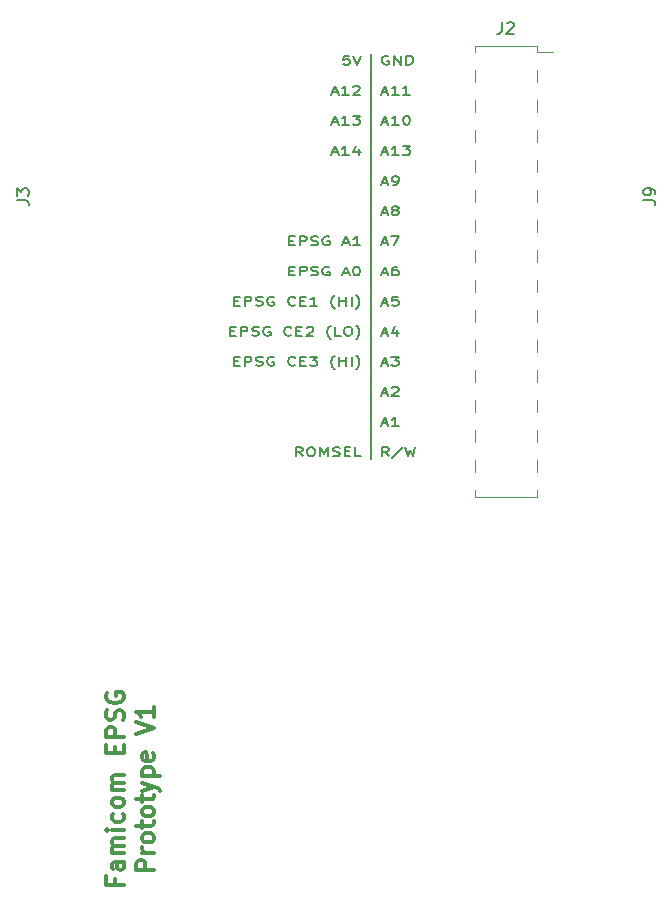
<source format=gbr>
%TF.GenerationSoftware,KiCad,Pcbnew,(5.1.8)-1*%
%TF.CreationDate,2021-03-10T17:43:25+01:00*%
%TF.ProjectId,Nes Sound Expansion,4e657320-536f-4756-9e64-20457870616e,rev?*%
%TF.SameCoordinates,Original*%
%TF.FileFunction,Legend,Top*%
%TF.FilePolarity,Positive*%
%FSLAX46Y46*%
G04 Gerber Fmt 4.6, Leading zero omitted, Abs format (unit mm)*
G04 Created by KiCad (PCBNEW (5.1.8)-1) date 2021-03-10 17:43:25*
%MOMM*%
%LPD*%
G01*
G04 APERTURE LIST*
%ADD10C,0.150000*%
%ADD11C,0.300000*%
%ADD12C,0.120000*%
G04 APERTURE END LIST*
D10*
X104140000Y-46355000D02*
X104140000Y-80645000D01*
X105634404Y-46550000D02*
X105539166Y-46514285D01*
X105396309Y-46514285D01*
X105253452Y-46550000D01*
X105158214Y-46621428D01*
X105110595Y-46692857D01*
X105062976Y-46835714D01*
X105062976Y-46942857D01*
X105110595Y-47085714D01*
X105158214Y-47157142D01*
X105253452Y-47228571D01*
X105396309Y-47264285D01*
X105491547Y-47264285D01*
X105634404Y-47228571D01*
X105682023Y-47192857D01*
X105682023Y-46942857D01*
X105491547Y-46942857D01*
X106110595Y-47264285D02*
X106110595Y-46514285D01*
X106682023Y-47264285D01*
X106682023Y-46514285D01*
X107158214Y-47264285D02*
X107158214Y-46514285D01*
X107396309Y-46514285D01*
X107539166Y-46550000D01*
X107634404Y-46621428D01*
X107682023Y-46692857D01*
X107729642Y-46835714D01*
X107729642Y-46942857D01*
X107682023Y-47085714D01*
X107634404Y-47157142D01*
X107539166Y-47228571D01*
X107396309Y-47264285D01*
X107158214Y-47264285D01*
X105062976Y-49600000D02*
X105539166Y-49600000D01*
X104967738Y-49814285D02*
X105301071Y-49064285D01*
X105634404Y-49814285D01*
X106491547Y-49814285D02*
X105920119Y-49814285D01*
X106205833Y-49814285D02*
X106205833Y-49064285D01*
X106110595Y-49171428D01*
X106015357Y-49242857D01*
X105920119Y-49278571D01*
X107443928Y-49814285D02*
X106872500Y-49814285D01*
X107158214Y-49814285D02*
X107158214Y-49064285D01*
X107062976Y-49171428D01*
X106967738Y-49242857D01*
X106872500Y-49278571D01*
X105062976Y-52150000D02*
X105539166Y-52150000D01*
X104967738Y-52364285D02*
X105301071Y-51614285D01*
X105634404Y-52364285D01*
X106491547Y-52364285D02*
X105920119Y-52364285D01*
X106205833Y-52364285D02*
X106205833Y-51614285D01*
X106110595Y-51721428D01*
X106015357Y-51792857D01*
X105920119Y-51828571D01*
X107110595Y-51614285D02*
X107205833Y-51614285D01*
X107301071Y-51650000D01*
X107348690Y-51685714D01*
X107396309Y-51757142D01*
X107443928Y-51900000D01*
X107443928Y-52078571D01*
X107396309Y-52221428D01*
X107348690Y-52292857D01*
X107301071Y-52328571D01*
X107205833Y-52364285D01*
X107110595Y-52364285D01*
X107015357Y-52328571D01*
X106967738Y-52292857D01*
X106920119Y-52221428D01*
X106872500Y-52078571D01*
X106872500Y-51900000D01*
X106920119Y-51757142D01*
X106967738Y-51685714D01*
X107015357Y-51650000D01*
X107110595Y-51614285D01*
X105062976Y-54700000D02*
X105539166Y-54700000D01*
X104967738Y-54914285D02*
X105301071Y-54164285D01*
X105634404Y-54914285D01*
X106491547Y-54914285D02*
X105920119Y-54914285D01*
X106205833Y-54914285D02*
X106205833Y-54164285D01*
X106110595Y-54271428D01*
X106015357Y-54342857D01*
X105920119Y-54378571D01*
X106824880Y-54164285D02*
X107443928Y-54164285D01*
X107110595Y-54450000D01*
X107253452Y-54450000D01*
X107348690Y-54485714D01*
X107396309Y-54521428D01*
X107443928Y-54592857D01*
X107443928Y-54771428D01*
X107396309Y-54842857D01*
X107348690Y-54878571D01*
X107253452Y-54914285D01*
X106967738Y-54914285D01*
X106872500Y-54878571D01*
X106824880Y-54842857D01*
X105062976Y-57250000D02*
X105539166Y-57250000D01*
X104967738Y-57464285D02*
X105301071Y-56714285D01*
X105634404Y-57464285D01*
X106015357Y-57464285D02*
X106205833Y-57464285D01*
X106301071Y-57428571D01*
X106348690Y-57392857D01*
X106443928Y-57285714D01*
X106491547Y-57142857D01*
X106491547Y-56857142D01*
X106443928Y-56785714D01*
X106396309Y-56750000D01*
X106301071Y-56714285D01*
X106110595Y-56714285D01*
X106015357Y-56750000D01*
X105967738Y-56785714D01*
X105920119Y-56857142D01*
X105920119Y-57035714D01*
X105967738Y-57107142D01*
X106015357Y-57142857D01*
X106110595Y-57178571D01*
X106301071Y-57178571D01*
X106396309Y-57142857D01*
X106443928Y-57107142D01*
X106491547Y-57035714D01*
X105062976Y-59800000D02*
X105539166Y-59800000D01*
X104967738Y-60014285D02*
X105301071Y-59264285D01*
X105634404Y-60014285D01*
X106110595Y-59585714D02*
X106015357Y-59550000D01*
X105967738Y-59514285D01*
X105920119Y-59442857D01*
X105920119Y-59407142D01*
X105967738Y-59335714D01*
X106015357Y-59300000D01*
X106110595Y-59264285D01*
X106301071Y-59264285D01*
X106396309Y-59300000D01*
X106443928Y-59335714D01*
X106491547Y-59407142D01*
X106491547Y-59442857D01*
X106443928Y-59514285D01*
X106396309Y-59550000D01*
X106301071Y-59585714D01*
X106110595Y-59585714D01*
X106015357Y-59621428D01*
X105967738Y-59657142D01*
X105920119Y-59728571D01*
X105920119Y-59871428D01*
X105967738Y-59942857D01*
X106015357Y-59978571D01*
X106110595Y-60014285D01*
X106301071Y-60014285D01*
X106396309Y-59978571D01*
X106443928Y-59942857D01*
X106491547Y-59871428D01*
X106491547Y-59728571D01*
X106443928Y-59657142D01*
X106396309Y-59621428D01*
X106301071Y-59585714D01*
X105062976Y-62350000D02*
X105539166Y-62350000D01*
X104967738Y-62564285D02*
X105301071Y-61814285D01*
X105634404Y-62564285D01*
X105872500Y-61814285D02*
X106539166Y-61814285D01*
X106110595Y-62564285D01*
X105062976Y-64900000D02*
X105539166Y-64900000D01*
X104967738Y-65114285D02*
X105301071Y-64364285D01*
X105634404Y-65114285D01*
X106396309Y-64364285D02*
X106205833Y-64364285D01*
X106110595Y-64400000D01*
X106062976Y-64435714D01*
X105967738Y-64542857D01*
X105920119Y-64685714D01*
X105920119Y-64971428D01*
X105967738Y-65042857D01*
X106015357Y-65078571D01*
X106110595Y-65114285D01*
X106301071Y-65114285D01*
X106396309Y-65078571D01*
X106443928Y-65042857D01*
X106491547Y-64971428D01*
X106491547Y-64792857D01*
X106443928Y-64721428D01*
X106396309Y-64685714D01*
X106301071Y-64650000D01*
X106110595Y-64650000D01*
X106015357Y-64685714D01*
X105967738Y-64721428D01*
X105920119Y-64792857D01*
X105062976Y-67450000D02*
X105539166Y-67450000D01*
X104967738Y-67664285D02*
X105301071Y-66914285D01*
X105634404Y-67664285D01*
X106443928Y-66914285D02*
X105967738Y-66914285D01*
X105920119Y-67271428D01*
X105967738Y-67235714D01*
X106062976Y-67200000D01*
X106301071Y-67200000D01*
X106396309Y-67235714D01*
X106443928Y-67271428D01*
X106491547Y-67342857D01*
X106491547Y-67521428D01*
X106443928Y-67592857D01*
X106396309Y-67628571D01*
X106301071Y-67664285D01*
X106062976Y-67664285D01*
X105967738Y-67628571D01*
X105920119Y-67592857D01*
X105062976Y-70000000D02*
X105539166Y-70000000D01*
X104967738Y-70214285D02*
X105301071Y-69464285D01*
X105634404Y-70214285D01*
X106396309Y-69714285D02*
X106396309Y-70214285D01*
X106158214Y-69428571D02*
X105920119Y-69964285D01*
X106539166Y-69964285D01*
X105062976Y-72550000D02*
X105539166Y-72550000D01*
X104967738Y-72764285D02*
X105301071Y-72014285D01*
X105634404Y-72764285D01*
X105872500Y-72014285D02*
X106491547Y-72014285D01*
X106158214Y-72300000D01*
X106301071Y-72300000D01*
X106396309Y-72335714D01*
X106443928Y-72371428D01*
X106491547Y-72442857D01*
X106491547Y-72621428D01*
X106443928Y-72692857D01*
X106396309Y-72728571D01*
X106301071Y-72764285D01*
X106015357Y-72764285D01*
X105920119Y-72728571D01*
X105872500Y-72692857D01*
X105062976Y-75100000D02*
X105539166Y-75100000D01*
X104967738Y-75314285D02*
X105301071Y-74564285D01*
X105634404Y-75314285D01*
X105920119Y-74635714D02*
X105967738Y-74600000D01*
X106062976Y-74564285D01*
X106301071Y-74564285D01*
X106396309Y-74600000D01*
X106443928Y-74635714D01*
X106491547Y-74707142D01*
X106491547Y-74778571D01*
X106443928Y-74885714D01*
X105872500Y-75314285D01*
X106491547Y-75314285D01*
X105062976Y-77650000D02*
X105539166Y-77650000D01*
X104967738Y-77864285D02*
X105301071Y-77114285D01*
X105634404Y-77864285D01*
X106491547Y-77864285D02*
X105920119Y-77864285D01*
X106205833Y-77864285D02*
X106205833Y-77114285D01*
X106110595Y-77221428D01*
X106015357Y-77292857D01*
X105920119Y-77328571D01*
X105682023Y-80414285D02*
X105348690Y-80057142D01*
X105110595Y-80414285D02*
X105110595Y-79664285D01*
X105491547Y-79664285D01*
X105586785Y-79700000D01*
X105634404Y-79735714D01*
X105682023Y-79807142D01*
X105682023Y-79914285D01*
X105634404Y-79985714D01*
X105586785Y-80021428D01*
X105491547Y-80057142D01*
X105110595Y-80057142D01*
X106824880Y-79628571D02*
X105967738Y-80592857D01*
X107062976Y-79664285D02*
X107301071Y-80414285D01*
X107491547Y-79878571D01*
X107682023Y-80414285D01*
X107920119Y-79664285D01*
X102312261Y-46514285D02*
X101836071Y-46514285D01*
X101788452Y-46871428D01*
X101836071Y-46835714D01*
X101931309Y-46800000D01*
X102169404Y-46800000D01*
X102264642Y-46835714D01*
X102312261Y-46871428D01*
X102359880Y-46942857D01*
X102359880Y-47121428D01*
X102312261Y-47192857D01*
X102264642Y-47228571D01*
X102169404Y-47264285D01*
X101931309Y-47264285D01*
X101836071Y-47228571D01*
X101788452Y-47192857D01*
X102645595Y-46514285D02*
X102978928Y-47264285D01*
X103312261Y-46514285D01*
X100836071Y-49600000D02*
X101312261Y-49600000D01*
X100740833Y-49814285D02*
X101074166Y-49064285D01*
X101407500Y-49814285D01*
X102264642Y-49814285D02*
X101693214Y-49814285D01*
X101978928Y-49814285D02*
X101978928Y-49064285D01*
X101883690Y-49171428D01*
X101788452Y-49242857D01*
X101693214Y-49278571D01*
X102645595Y-49135714D02*
X102693214Y-49100000D01*
X102788452Y-49064285D01*
X103026547Y-49064285D01*
X103121785Y-49100000D01*
X103169404Y-49135714D01*
X103217023Y-49207142D01*
X103217023Y-49278571D01*
X103169404Y-49385714D01*
X102597976Y-49814285D01*
X103217023Y-49814285D01*
X100836071Y-52150000D02*
X101312261Y-52150000D01*
X100740833Y-52364285D02*
X101074166Y-51614285D01*
X101407500Y-52364285D01*
X102264642Y-52364285D02*
X101693214Y-52364285D01*
X101978928Y-52364285D02*
X101978928Y-51614285D01*
X101883690Y-51721428D01*
X101788452Y-51792857D01*
X101693214Y-51828571D01*
X102597976Y-51614285D02*
X103217023Y-51614285D01*
X102883690Y-51900000D01*
X103026547Y-51900000D01*
X103121785Y-51935714D01*
X103169404Y-51971428D01*
X103217023Y-52042857D01*
X103217023Y-52221428D01*
X103169404Y-52292857D01*
X103121785Y-52328571D01*
X103026547Y-52364285D01*
X102740833Y-52364285D01*
X102645595Y-52328571D01*
X102597976Y-52292857D01*
X100836071Y-54700000D02*
X101312261Y-54700000D01*
X100740833Y-54914285D02*
X101074166Y-54164285D01*
X101407500Y-54914285D01*
X102264642Y-54914285D02*
X101693214Y-54914285D01*
X101978928Y-54914285D02*
X101978928Y-54164285D01*
X101883690Y-54271428D01*
X101788452Y-54342857D01*
X101693214Y-54378571D01*
X103121785Y-54414285D02*
X103121785Y-54914285D01*
X102883690Y-54128571D02*
X102645595Y-54664285D01*
X103264642Y-54664285D01*
X97217023Y-62171428D02*
X97550357Y-62171428D01*
X97693214Y-62564285D02*
X97217023Y-62564285D01*
X97217023Y-61814285D01*
X97693214Y-61814285D01*
X98121785Y-62564285D02*
X98121785Y-61814285D01*
X98502738Y-61814285D01*
X98597976Y-61850000D01*
X98645595Y-61885714D01*
X98693214Y-61957142D01*
X98693214Y-62064285D01*
X98645595Y-62135714D01*
X98597976Y-62171428D01*
X98502738Y-62207142D01*
X98121785Y-62207142D01*
X99074166Y-62528571D02*
X99217023Y-62564285D01*
X99455119Y-62564285D01*
X99550357Y-62528571D01*
X99597976Y-62492857D01*
X99645595Y-62421428D01*
X99645595Y-62350000D01*
X99597976Y-62278571D01*
X99550357Y-62242857D01*
X99455119Y-62207142D01*
X99264642Y-62171428D01*
X99169404Y-62135714D01*
X99121785Y-62100000D01*
X99074166Y-62028571D01*
X99074166Y-61957142D01*
X99121785Y-61885714D01*
X99169404Y-61850000D01*
X99264642Y-61814285D01*
X99502738Y-61814285D01*
X99645595Y-61850000D01*
X100597976Y-61850000D02*
X100502738Y-61814285D01*
X100359880Y-61814285D01*
X100217023Y-61850000D01*
X100121785Y-61921428D01*
X100074166Y-61992857D01*
X100026547Y-62135714D01*
X100026547Y-62242857D01*
X100074166Y-62385714D01*
X100121785Y-62457142D01*
X100217023Y-62528571D01*
X100359880Y-62564285D01*
X100455119Y-62564285D01*
X100597976Y-62528571D01*
X100645595Y-62492857D01*
X100645595Y-62242857D01*
X100455119Y-62242857D01*
X101788452Y-62350000D02*
X102264642Y-62350000D01*
X101693214Y-62564285D02*
X102026547Y-61814285D01*
X102359880Y-62564285D01*
X103217023Y-62564285D02*
X102645595Y-62564285D01*
X102931309Y-62564285D02*
X102931309Y-61814285D01*
X102836071Y-61921428D01*
X102740833Y-61992857D01*
X102645595Y-62028571D01*
X97217023Y-64721428D02*
X97550357Y-64721428D01*
X97693214Y-65114285D02*
X97217023Y-65114285D01*
X97217023Y-64364285D01*
X97693214Y-64364285D01*
X98121785Y-65114285D02*
X98121785Y-64364285D01*
X98502738Y-64364285D01*
X98597976Y-64400000D01*
X98645595Y-64435714D01*
X98693214Y-64507142D01*
X98693214Y-64614285D01*
X98645595Y-64685714D01*
X98597976Y-64721428D01*
X98502738Y-64757142D01*
X98121785Y-64757142D01*
X99074166Y-65078571D02*
X99217023Y-65114285D01*
X99455119Y-65114285D01*
X99550357Y-65078571D01*
X99597976Y-65042857D01*
X99645595Y-64971428D01*
X99645595Y-64900000D01*
X99597976Y-64828571D01*
X99550357Y-64792857D01*
X99455119Y-64757142D01*
X99264642Y-64721428D01*
X99169404Y-64685714D01*
X99121785Y-64650000D01*
X99074166Y-64578571D01*
X99074166Y-64507142D01*
X99121785Y-64435714D01*
X99169404Y-64400000D01*
X99264642Y-64364285D01*
X99502738Y-64364285D01*
X99645595Y-64400000D01*
X100597976Y-64400000D02*
X100502738Y-64364285D01*
X100359880Y-64364285D01*
X100217023Y-64400000D01*
X100121785Y-64471428D01*
X100074166Y-64542857D01*
X100026547Y-64685714D01*
X100026547Y-64792857D01*
X100074166Y-64935714D01*
X100121785Y-65007142D01*
X100217023Y-65078571D01*
X100359880Y-65114285D01*
X100455119Y-65114285D01*
X100597976Y-65078571D01*
X100645595Y-65042857D01*
X100645595Y-64792857D01*
X100455119Y-64792857D01*
X101788452Y-64900000D02*
X102264642Y-64900000D01*
X101693214Y-65114285D02*
X102026547Y-64364285D01*
X102359880Y-65114285D01*
X102883690Y-64364285D02*
X102978928Y-64364285D01*
X103074166Y-64400000D01*
X103121785Y-64435714D01*
X103169404Y-64507142D01*
X103217023Y-64650000D01*
X103217023Y-64828571D01*
X103169404Y-64971428D01*
X103121785Y-65042857D01*
X103074166Y-65078571D01*
X102978928Y-65114285D01*
X102883690Y-65114285D01*
X102788452Y-65078571D01*
X102740833Y-65042857D01*
X102693214Y-64971428D01*
X102645595Y-64828571D01*
X102645595Y-64650000D01*
X102693214Y-64507142D01*
X102740833Y-64435714D01*
X102788452Y-64400000D01*
X102883690Y-64364285D01*
X92550357Y-67271428D02*
X92883690Y-67271428D01*
X93026547Y-67664285D02*
X92550357Y-67664285D01*
X92550357Y-66914285D01*
X93026547Y-66914285D01*
X93455119Y-67664285D02*
X93455119Y-66914285D01*
X93836071Y-66914285D01*
X93931309Y-66950000D01*
X93978928Y-66985714D01*
X94026547Y-67057142D01*
X94026547Y-67164285D01*
X93978928Y-67235714D01*
X93931309Y-67271428D01*
X93836071Y-67307142D01*
X93455119Y-67307142D01*
X94407500Y-67628571D02*
X94550357Y-67664285D01*
X94788452Y-67664285D01*
X94883690Y-67628571D01*
X94931309Y-67592857D01*
X94978928Y-67521428D01*
X94978928Y-67450000D01*
X94931309Y-67378571D01*
X94883690Y-67342857D01*
X94788452Y-67307142D01*
X94597976Y-67271428D01*
X94502738Y-67235714D01*
X94455119Y-67200000D01*
X94407500Y-67128571D01*
X94407500Y-67057142D01*
X94455119Y-66985714D01*
X94502738Y-66950000D01*
X94597976Y-66914285D01*
X94836071Y-66914285D01*
X94978928Y-66950000D01*
X95931309Y-66950000D02*
X95836071Y-66914285D01*
X95693214Y-66914285D01*
X95550357Y-66950000D01*
X95455119Y-67021428D01*
X95407500Y-67092857D01*
X95359880Y-67235714D01*
X95359880Y-67342857D01*
X95407500Y-67485714D01*
X95455119Y-67557142D01*
X95550357Y-67628571D01*
X95693214Y-67664285D01*
X95788452Y-67664285D01*
X95931309Y-67628571D01*
X95978928Y-67592857D01*
X95978928Y-67342857D01*
X95788452Y-67342857D01*
X97740833Y-67592857D02*
X97693214Y-67628571D01*
X97550357Y-67664285D01*
X97455119Y-67664285D01*
X97312261Y-67628571D01*
X97217023Y-67557142D01*
X97169404Y-67485714D01*
X97121785Y-67342857D01*
X97121785Y-67235714D01*
X97169404Y-67092857D01*
X97217023Y-67021428D01*
X97312261Y-66950000D01*
X97455119Y-66914285D01*
X97550357Y-66914285D01*
X97693214Y-66950000D01*
X97740833Y-66985714D01*
X98169404Y-67271428D02*
X98502738Y-67271428D01*
X98645595Y-67664285D02*
X98169404Y-67664285D01*
X98169404Y-66914285D01*
X98645595Y-66914285D01*
X99597976Y-67664285D02*
X99026547Y-67664285D01*
X99312261Y-67664285D02*
X99312261Y-66914285D01*
X99217023Y-67021428D01*
X99121785Y-67092857D01*
X99026547Y-67128571D01*
X101074166Y-67950000D02*
X101026547Y-67914285D01*
X100931309Y-67807142D01*
X100883690Y-67735714D01*
X100836071Y-67628571D01*
X100788452Y-67450000D01*
X100788452Y-67307142D01*
X100836071Y-67128571D01*
X100883690Y-67021428D01*
X100931309Y-66950000D01*
X101026547Y-66842857D01*
X101074166Y-66807142D01*
X101455119Y-67664285D02*
X101455119Y-66914285D01*
X101455119Y-67271428D02*
X102026547Y-67271428D01*
X102026547Y-67664285D02*
X102026547Y-66914285D01*
X102502738Y-67664285D02*
X102502738Y-66914285D01*
X102883690Y-67950000D02*
X102931309Y-67914285D01*
X103026547Y-67807142D01*
X103074166Y-67735714D01*
X103121785Y-67628571D01*
X103169404Y-67450000D01*
X103169404Y-67307142D01*
X103121785Y-67128571D01*
X103074166Y-67021428D01*
X103026547Y-66950000D01*
X102931309Y-66842857D01*
X102883690Y-66807142D01*
X92217023Y-69821428D02*
X92550357Y-69821428D01*
X92693214Y-70214285D02*
X92217023Y-70214285D01*
X92217023Y-69464285D01*
X92693214Y-69464285D01*
X93121785Y-70214285D02*
X93121785Y-69464285D01*
X93502738Y-69464285D01*
X93597976Y-69500000D01*
X93645595Y-69535714D01*
X93693214Y-69607142D01*
X93693214Y-69714285D01*
X93645595Y-69785714D01*
X93597976Y-69821428D01*
X93502738Y-69857142D01*
X93121785Y-69857142D01*
X94074166Y-70178571D02*
X94217023Y-70214285D01*
X94455119Y-70214285D01*
X94550357Y-70178571D01*
X94597976Y-70142857D01*
X94645595Y-70071428D01*
X94645595Y-70000000D01*
X94597976Y-69928571D01*
X94550357Y-69892857D01*
X94455119Y-69857142D01*
X94264642Y-69821428D01*
X94169404Y-69785714D01*
X94121785Y-69750000D01*
X94074166Y-69678571D01*
X94074166Y-69607142D01*
X94121785Y-69535714D01*
X94169404Y-69500000D01*
X94264642Y-69464285D01*
X94502738Y-69464285D01*
X94645595Y-69500000D01*
X95597976Y-69500000D02*
X95502738Y-69464285D01*
X95359880Y-69464285D01*
X95217023Y-69500000D01*
X95121785Y-69571428D01*
X95074166Y-69642857D01*
X95026547Y-69785714D01*
X95026547Y-69892857D01*
X95074166Y-70035714D01*
X95121785Y-70107142D01*
X95217023Y-70178571D01*
X95359880Y-70214285D01*
X95455119Y-70214285D01*
X95597976Y-70178571D01*
X95645595Y-70142857D01*
X95645595Y-69892857D01*
X95455119Y-69892857D01*
X97407500Y-70142857D02*
X97359880Y-70178571D01*
X97217023Y-70214285D01*
X97121785Y-70214285D01*
X96978928Y-70178571D01*
X96883690Y-70107142D01*
X96836071Y-70035714D01*
X96788452Y-69892857D01*
X96788452Y-69785714D01*
X96836071Y-69642857D01*
X96883690Y-69571428D01*
X96978928Y-69500000D01*
X97121785Y-69464285D01*
X97217023Y-69464285D01*
X97359880Y-69500000D01*
X97407500Y-69535714D01*
X97836071Y-69821428D02*
X98169404Y-69821428D01*
X98312261Y-70214285D02*
X97836071Y-70214285D01*
X97836071Y-69464285D01*
X98312261Y-69464285D01*
X98693214Y-69535714D02*
X98740833Y-69500000D01*
X98836071Y-69464285D01*
X99074166Y-69464285D01*
X99169404Y-69500000D01*
X99217023Y-69535714D01*
X99264642Y-69607142D01*
X99264642Y-69678571D01*
X99217023Y-69785714D01*
X98645595Y-70214285D01*
X99264642Y-70214285D01*
X100740833Y-70500000D02*
X100693214Y-70464285D01*
X100597976Y-70357142D01*
X100550357Y-70285714D01*
X100502738Y-70178571D01*
X100455119Y-70000000D01*
X100455119Y-69857142D01*
X100502738Y-69678571D01*
X100550357Y-69571428D01*
X100597976Y-69500000D01*
X100693214Y-69392857D01*
X100740833Y-69357142D01*
X101597976Y-70214285D02*
X101121785Y-70214285D01*
X101121785Y-69464285D01*
X102121785Y-69464285D02*
X102312261Y-69464285D01*
X102407500Y-69500000D01*
X102502738Y-69571428D01*
X102550357Y-69714285D01*
X102550357Y-69964285D01*
X102502738Y-70107142D01*
X102407500Y-70178571D01*
X102312261Y-70214285D01*
X102121785Y-70214285D01*
X102026547Y-70178571D01*
X101931309Y-70107142D01*
X101883690Y-69964285D01*
X101883690Y-69714285D01*
X101931309Y-69571428D01*
X102026547Y-69500000D01*
X102121785Y-69464285D01*
X102883690Y-70500000D02*
X102931309Y-70464285D01*
X103026547Y-70357142D01*
X103074166Y-70285714D01*
X103121785Y-70178571D01*
X103169404Y-70000000D01*
X103169404Y-69857142D01*
X103121785Y-69678571D01*
X103074166Y-69571428D01*
X103026547Y-69500000D01*
X102931309Y-69392857D01*
X102883690Y-69357142D01*
X92550357Y-72371428D02*
X92883690Y-72371428D01*
X93026547Y-72764285D02*
X92550357Y-72764285D01*
X92550357Y-72014285D01*
X93026547Y-72014285D01*
X93455119Y-72764285D02*
X93455119Y-72014285D01*
X93836071Y-72014285D01*
X93931309Y-72050000D01*
X93978928Y-72085714D01*
X94026547Y-72157142D01*
X94026547Y-72264285D01*
X93978928Y-72335714D01*
X93931309Y-72371428D01*
X93836071Y-72407142D01*
X93455119Y-72407142D01*
X94407500Y-72728571D02*
X94550357Y-72764285D01*
X94788452Y-72764285D01*
X94883690Y-72728571D01*
X94931309Y-72692857D01*
X94978928Y-72621428D01*
X94978928Y-72550000D01*
X94931309Y-72478571D01*
X94883690Y-72442857D01*
X94788452Y-72407142D01*
X94597976Y-72371428D01*
X94502738Y-72335714D01*
X94455119Y-72300000D01*
X94407500Y-72228571D01*
X94407500Y-72157142D01*
X94455119Y-72085714D01*
X94502738Y-72050000D01*
X94597976Y-72014285D01*
X94836071Y-72014285D01*
X94978928Y-72050000D01*
X95931309Y-72050000D02*
X95836071Y-72014285D01*
X95693214Y-72014285D01*
X95550357Y-72050000D01*
X95455119Y-72121428D01*
X95407500Y-72192857D01*
X95359880Y-72335714D01*
X95359880Y-72442857D01*
X95407500Y-72585714D01*
X95455119Y-72657142D01*
X95550357Y-72728571D01*
X95693214Y-72764285D01*
X95788452Y-72764285D01*
X95931309Y-72728571D01*
X95978928Y-72692857D01*
X95978928Y-72442857D01*
X95788452Y-72442857D01*
X97740833Y-72692857D02*
X97693214Y-72728571D01*
X97550357Y-72764285D01*
X97455119Y-72764285D01*
X97312261Y-72728571D01*
X97217023Y-72657142D01*
X97169404Y-72585714D01*
X97121785Y-72442857D01*
X97121785Y-72335714D01*
X97169404Y-72192857D01*
X97217023Y-72121428D01*
X97312261Y-72050000D01*
X97455119Y-72014285D01*
X97550357Y-72014285D01*
X97693214Y-72050000D01*
X97740833Y-72085714D01*
X98169404Y-72371428D02*
X98502738Y-72371428D01*
X98645595Y-72764285D02*
X98169404Y-72764285D01*
X98169404Y-72014285D01*
X98645595Y-72014285D01*
X98978928Y-72014285D02*
X99597976Y-72014285D01*
X99264642Y-72300000D01*
X99407500Y-72300000D01*
X99502738Y-72335714D01*
X99550357Y-72371428D01*
X99597976Y-72442857D01*
X99597976Y-72621428D01*
X99550357Y-72692857D01*
X99502738Y-72728571D01*
X99407500Y-72764285D01*
X99121785Y-72764285D01*
X99026547Y-72728571D01*
X98978928Y-72692857D01*
X101074166Y-73050000D02*
X101026547Y-73014285D01*
X100931309Y-72907142D01*
X100883690Y-72835714D01*
X100836071Y-72728571D01*
X100788452Y-72550000D01*
X100788452Y-72407142D01*
X100836071Y-72228571D01*
X100883690Y-72121428D01*
X100931309Y-72050000D01*
X101026547Y-71942857D01*
X101074166Y-71907142D01*
X101455119Y-72764285D02*
X101455119Y-72014285D01*
X101455119Y-72371428D02*
X102026547Y-72371428D01*
X102026547Y-72764285D02*
X102026547Y-72014285D01*
X102502738Y-72764285D02*
X102502738Y-72014285D01*
X102883690Y-73050000D02*
X102931309Y-73014285D01*
X103026547Y-72907142D01*
X103074166Y-72835714D01*
X103121785Y-72728571D01*
X103169404Y-72550000D01*
X103169404Y-72407142D01*
X103121785Y-72228571D01*
X103074166Y-72121428D01*
X103026547Y-72050000D01*
X102931309Y-71942857D01*
X102883690Y-71907142D01*
X98359880Y-80414285D02*
X98026547Y-80057142D01*
X97788452Y-80414285D02*
X97788452Y-79664285D01*
X98169404Y-79664285D01*
X98264642Y-79700000D01*
X98312261Y-79735714D01*
X98359880Y-79807142D01*
X98359880Y-79914285D01*
X98312261Y-79985714D01*
X98264642Y-80021428D01*
X98169404Y-80057142D01*
X97788452Y-80057142D01*
X98978928Y-79664285D02*
X99169404Y-79664285D01*
X99264642Y-79700000D01*
X99359880Y-79771428D01*
X99407500Y-79914285D01*
X99407500Y-80164285D01*
X99359880Y-80307142D01*
X99264642Y-80378571D01*
X99169404Y-80414285D01*
X98978928Y-80414285D01*
X98883690Y-80378571D01*
X98788452Y-80307142D01*
X98740833Y-80164285D01*
X98740833Y-79914285D01*
X98788452Y-79771428D01*
X98883690Y-79700000D01*
X98978928Y-79664285D01*
X99836071Y-80414285D02*
X99836071Y-79664285D01*
X100169404Y-80200000D01*
X100502738Y-79664285D01*
X100502738Y-80414285D01*
X100931309Y-80378571D02*
X101074166Y-80414285D01*
X101312261Y-80414285D01*
X101407500Y-80378571D01*
X101455119Y-80342857D01*
X101502738Y-80271428D01*
X101502738Y-80200000D01*
X101455119Y-80128571D01*
X101407500Y-80092857D01*
X101312261Y-80057142D01*
X101121785Y-80021428D01*
X101026547Y-79985714D01*
X100978928Y-79950000D01*
X100931309Y-79878571D01*
X100931309Y-79807142D01*
X100978928Y-79735714D01*
X101026547Y-79700000D01*
X101121785Y-79664285D01*
X101359880Y-79664285D01*
X101502738Y-79700000D01*
X101931309Y-80021428D02*
X102264642Y-80021428D01*
X102407500Y-80414285D02*
X101931309Y-80414285D01*
X101931309Y-79664285D01*
X102407500Y-79664285D01*
X103312261Y-80414285D02*
X102836071Y-80414285D01*
X102836071Y-79664285D01*
D11*
X82437857Y-116192142D02*
X82437857Y-116692142D01*
X83223571Y-116692142D02*
X81723571Y-116692142D01*
X81723571Y-115977857D01*
X83223571Y-114763571D02*
X82437857Y-114763571D01*
X82295000Y-114835000D01*
X82223571Y-114977857D01*
X82223571Y-115263571D01*
X82295000Y-115406428D01*
X83152142Y-114763571D02*
X83223571Y-114906428D01*
X83223571Y-115263571D01*
X83152142Y-115406428D01*
X83009285Y-115477857D01*
X82866428Y-115477857D01*
X82723571Y-115406428D01*
X82652142Y-115263571D01*
X82652142Y-114906428D01*
X82580714Y-114763571D01*
X83223571Y-114049285D02*
X82223571Y-114049285D01*
X82366428Y-114049285D02*
X82295000Y-113977857D01*
X82223571Y-113835000D01*
X82223571Y-113620714D01*
X82295000Y-113477857D01*
X82437857Y-113406428D01*
X83223571Y-113406428D01*
X82437857Y-113406428D02*
X82295000Y-113335000D01*
X82223571Y-113192142D01*
X82223571Y-112977857D01*
X82295000Y-112835000D01*
X82437857Y-112763571D01*
X83223571Y-112763571D01*
X83223571Y-112049285D02*
X82223571Y-112049285D01*
X81723571Y-112049285D02*
X81795000Y-112120714D01*
X81866428Y-112049285D01*
X81795000Y-111977857D01*
X81723571Y-112049285D01*
X81866428Y-112049285D01*
X83152142Y-110692142D02*
X83223571Y-110835000D01*
X83223571Y-111120714D01*
X83152142Y-111263571D01*
X83080714Y-111335000D01*
X82937857Y-111406428D01*
X82509285Y-111406428D01*
X82366428Y-111335000D01*
X82295000Y-111263571D01*
X82223571Y-111120714D01*
X82223571Y-110835000D01*
X82295000Y-110692142D01*
X83223571Y-109835000D02*
X83152142Y-109977857D01*
X83080714Y-110049285D01*
X82937857Y-110120714D01*
X82509285Y-110120714D01*
X82366428Y-110049285D01*
X82295000Y-109977857D01*
X82223571Y-109835000D01*
X82223571Y-109620714D01*
X82295000Y-109477857D01*
X82366428Y-109406428D01*
X82509285Y-109335000D01*
X82937857Y-109335000D01*
X83080714Y-109406428D01*
X83152142Y-109477857D01*
X83223571Y-109620714D01*
X83223571Y-109835000D01*
X83223571Y-108692142D02*
X82223571Y-108692142D01*
X82366428Y-108692142D02*
X82295000Y-108620714D01*
X82223571Y-108477857D01*
X82223571Y-108263571D01*
X82295000Y-108120714D01*
X82437857Y-108049285D01*
X83223571Y-108049285D01*
X82437857Y-108049285D02*
X82295000Y-107977857D01*
X82223571Y-107835000D01*
X82223571Y-107620714D01*
X82295000Y-107477857D01*
X82437857Y-107406428D01*
X83223571Y-107406428D01*
X82437857Y-105549285D02*
X82437857Y-105049285D01*
X83223571Y-104835000D02*
X83223571Y-105549285D01*
X81723571Y-105549285D01*
X81723571Y-104835000D01*
X83223571Y-104192142D02*
X81723571Y-104192142D01*
X81723571Y-103620714D01*
X81795000Y-103477857D01*
X81866428Y-103406428D01*
X82009285Y-103335000D01*
X82223571Y-103335000D01*
X82366428Y-103406428D01*
X82437857Y-103477857D01*
X82509285Y-103620714D01*
X82509285Y-104192142D01*
X83152142Y-102763571D02*
X83223571Y-102549285D01*
X83223571Y-102192142D01*
X83152142Y-102049285D01*
X83080714Y-101977857D01*
X82937857Y-101906428D01*
X82795000Y-101906428D01*
X82652142Y-101977857D01*
X82580714Y-102049285D01*
X82509285Y-102192142D01*
X82437857Y-102477857D01*
X82366428Y-102620714D01*
X82295000Y-102692142D01*
X82152142Y-102763571D01*
X82009285Y-102763571D01*
X81866428Y-102692142D01*
X81795000Y-102620714D01*
X81723571Y-102477857D01*
X81723571Y-102120714D01*
X81795000Y-101906428D01*
X81795000Y-100477857D02*
X81723571Y-100620714D01*
X81723571Y-100835000D01*
X81795000Y-101049285D01*
X81937857Y-101192142D01*
X82080714Y-101263571D01*
X82366428Y-101335000D01*
X82580714Y-101335000D01*
X82866428Y-101263571D01*
X83009285Y-101192142D01*
X83152142Y-101049285D01*
X83223571Y-100835000D01*
X83223571Y-100692142D01*
X83152142Y-100477857D01*
X83080714Y-100406428D01*
X82580714Y-100406428D01*
X82580714Y-100692142D01*
X85773571Y-115477857D02*
X84273571Y-115477857D01*
X84273571Y-114906428D01*
X84345000Y-114763571D01*
X84416428Y-114692142D01*
X84559285Y-114620714D01*
X84773571Y-114620714D01*
X84916428Y-114692142D01*
X84987857Y-114763571D01*
X85059285Y-114906428D01*
X85059285Y-115477857D01*
X85773571Y-113977857D02*
X84773571Y-113977857D01*
X85059285Y-113977857D02*
X84916428Y-113906428D01*
X84845000Y-113835000D01*
X84773571Y-113692142D01*
X84773571Y-113549285D01*
X85773571Y-112835000D02*
X85702142Y-112977857D01*
X85630714Y-113049285D01*
X85487857Y-113120714D01*
X85059285Y-113120714D01*
X84916428Y-113049285D01*
X84845000Y-112977857D01*
X84773571Y-112835000D01*
X84773571Y-112620714D01*
X84845000Y-112477857D01*
X84916428Y-112406428D01*
X85059285Y-112335000D01*
X85487857Y-112335000D01*
X85630714Y-112406428D01*
X85702142Y-112477857D01*
X85773571Y-112620714D01*
X85773571Y-112835000D01*
X84773571Y-111906428D02*
X84773571Y-111335000D01*
X84273571Y-111692142D02*
X85559285Y-111692142D01*
X85702142Y-111620714D01*
X85773571Y-111477857D01*
X85773571Y-111335000D01*
X85773571Y-110620714D02*
X85702142Y-110763571D01*
X85630714Y-110835000D01*
X85487857Y-110906428D01*
X85059285Y-110906428D01*
X84916428Y-110835000D01*
X84845000Y-110763571D01*
X84773571Y-110620714D01*
X84773571Y-110406428D01*
X84845000Y-110263571D01*
X84916428Y-110192142D01*
X85059285Y-110120714D01*
X85487857Y-110120714D01*
X85630714Y-110192142D01*
X85702142Y-110263571D01*
X85773571Y-110406428D01*
X85773571Y-110620714D01*
X84773571Y-109692142D02*
X84773571Y-109120714D01*
X84273571Y-109477857D02*
X85559285Y-109477857D01*
X85702142Y-109406428D01*
X85773571Y-109263571D01*
X85773571Y-109120714D01*
X84773571Y-108763571D02*
X85773571Y-108406428D01*
X84773571Y-108049285D02*
X85773571Y-108406428D01*
X86130714Y-108549285D01*
X86202142Y-108620714D01*
X86273571Y-108763571D01*
X84773571Y-107477857D02*
X86273571Y-107477857D01*
X84845000Y-107477857D02*
X84773571Y-107335000D01*
X84773571Y-107049285D01*
X84845000Y-106906428D01*
X84916428Y-106835000D01*
X85059285Y-106763571D01*
X85487857Y-106763571D01*
X85630714Y-106835000D01*
X85702142Y-106906428D01*
X85773571Y-107049285D01*
X85773571Y-107335000D01*
X85702142Y-107477857D01*
X85702142Y-105549285D02*
X85773571Y-105692142D01*
X85773571Y-105977857D01*
X85702142Y-106120714D01*
X85559285Y-106192142D01*
X84987857Y-106192142D01*
X84845000Y-106120714D01*
X84773571Y-105977857D01*
X84773571Y-105692142D01*
X84845000Y-105549285D01*
X84987857Y-105477857D01*
X85130714Y-105477857D01*
X85273571Y-106192142D01*
X84273571Y-103906428D02*
X85773571Y-103406428D01*
X84273571Y-102906428D01*
X85773571Y-101620714D02*
X85773571Y-102477857D01*
X85773571Y-102049285D02*
X84273571Y-102049285D01*
X84487857Y-102192142D01*
X84630714Y-102335000D01*
X84702142Y-102477857D01*
D12*
%TO.C,J2*%
X118170000Y-46230000D02*
X119530000Y-46230000D01*
X112970000Y-83310000D02*
X112970000Y-83880000D01*
X112970000Y-80770000D02*
X112970000Y-81790000D01*
X112970000Y-78230000D02*
X112970000Y-79250000D01*
X112970000Y-75690000D02*
X112970000Y-76710000D01*
X112970000Y-73150000D02*
X112970000Y-74170000D01*
X112970000Y-70610000D02*
X112970000Y-71630000D01*
X112970000Y-68070000D02*
X112970000Y-69090000D01*
X112970000Y-65530000D02*
X112970000Y-66550000D01*
X112970000Y-62990000D02*
X112970000Y-64010000D01*
X112970000Y-60450000D02*
X112970000Y-61470000D01*
X112970000Y-57910000D02*
X112970000Y-58930000D01*
X112970000Y-55370000D02*
X112970000Y-56390000D01*
X112970000Y-52830000D02*
X112970000Y-53850000D01*
X112970000Y-50290000D02*
X112970000Y-51310000D01*
X112970000Y-47750000D02*
X112970000Y-48770000D01*
X112970000Y-45660000D02*
X112970000Y-46230000D01*
X112970000Y-83880000D02*
X118170000Y-83880000D01*
X118170000Y-83310000D02*
X118170000Y-83880000D01*
X118170000Y-80770000D02*
X118170000Y-81790000D01*
X118170000Y-78230000D02*
X118170000Y-79250000D01*
X118170000Y-75690000D02*
X118170000Y-76710000D01*
X118170000Y-73150000D02*
X118170000Y-74170000D01*
X118170000Y-70610000D02*
X118170000Y-71630000D01*
X118170000Y-68070000D02*
X118170000Y-69090000D01*
X118170000Y-65530000D02*
X118170000Y-66550000D01*
X118170000Y-62990000D02*
X118170000Y-64010000D01*
X118170000Y-60450000D02*
X118170000Y-61470000D01*
X118170000Y-57910000D02*
X118170000Y-58930000D01*
X118170000Y-55370000D02*
X118170000Y-56390000D01*
X118170000Y-52830000D02*
X118170000Y-53850000D01*
X118170000Y-50290000D02*
X118170000Y-51310000D01*
X118170000Y-47750000D02*
X118170000Y-48770000D01*
X118170000Y-45660000D02*
X118170000Y-46230000D01*
X112970000Y-45660000D02*
X118170000Y-45660000D01*
%TO.C,J3*%
D10*
X74172380Y-58753333D02*
X74886666Y-58753333D01*
X75029523Y-58800952D01*
X75124761Y-58896190D01*
X75172380Y-59039047D01*
X75172380Y-59134285D01*
X74172380Y-58372380D02*
X74172380Y-57753333D01*
X74553333Y-58086666D01*
X74553333Y-57943809D01*
X74600952Y-57848571D01*
X74648571Y-57800952D01*
X74743809Y-57753333D01*
X74981904Y-57753333D01*
X75077142Y-57800952D01*
X75124761Y-57848571D01*
X75172380Y-57943809D01*
X75172380Y-58229523D01*
X75124761Y-58324761D01*
X75077142Y-58372380D01*
%TO.C,J9*%
X127222380Y-58753333D02*
X127936666Y-58753333D01*
X128079523Y-58800952D01*
X128174761Y-58896190D01*
X128222380Y-59039047D01*
X128222380Y-59134285D01*
X128222380Y-58229523D02*
X128222380Y-58039047D01*
X128174761Y-57943809D01*
X128127142Y-57896190D01*
X127984285Y-57800952D01*
X127793809Y-57753333D01*
X127412857Y-57753333D01*
X127317619Y-57800952D01*
X127270000Y-57848571D01*
X127222380Y-57943809D01*
X127222380Y-58134285D01*
X127270000Y-58229523D01*
X127317619Y-58277142D01*
X127412857Y-58324761D01*
X127650952Y-58324761D01*
X127746190Y-58277142D01*
X127793809Y-58229523D01*
X127841428Y-58134285D01*
X127841428Y-57943809D01*
X127793809Y-57848571D01*
X127746190Y-57800952D01*
X127650952Y-57753333D01*
%TO.C,J2*%
X115236666Y-43672380D02*
X115236666Y-44386666D01*
X115189047Y-44529523D01*
X115093809Y-44624761D01*
X114950952Y-44672380D01*
X114855714Y-44672380D01*
X115665238Y-43767619D02*
X115712857Y-43720000D01*
X115808095Y-43672380D01*
X116046190Y-43672380D01*
X116141428Y-43720000D01*
X116189047Y-43767619D01*
X116236666Y-43862857D01*
X116236666Y-43958095D01*
X116189047Y-44100952D01*
X115617619Y-44672380D01*
X116236666Y-44672380D01*
%TD*%
M02*

</source>
